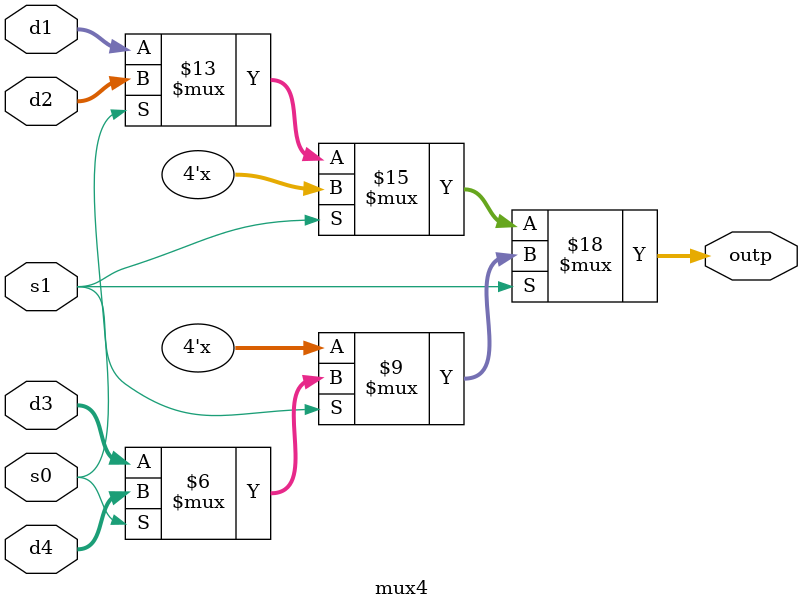
<source format=v>
module mux4(d1,d2,d3,d4,s1,s0,outp);
input [3:0] d1,d2,d3,d4;
input s1,s0;
output reg [3:0]outp;

always @ (s1,s0)
begin
	if (s1==0)
		begin
		if (s0==0)
			outp=d1;
		else 
			outp = d2;
		end
	else
		begin
		if (s0==0)
			outp=d3;
		else
			outp=d4;
		end
end
endmodule
</source>
